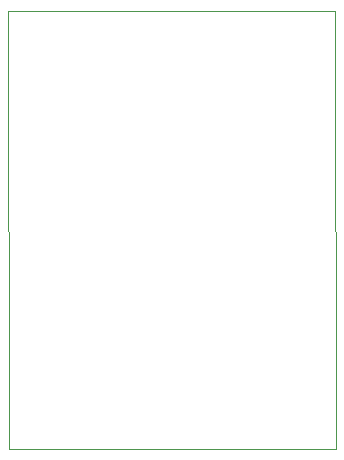
<source format=gbr>
%TF.GenerationSoftware,KiCad,Pcbnew,(5.1.6)-1*%
%TF.CreationDate,2020-07-24T15:46:23+02:00*%
%TF.ProjectId,Traffic_light_for_arduino,54726166-6669-4635-9f6c-696768745f66,rev?*%
%TF.SameCoordinates,Original*%
%TF.FileFunction,Profile,NP*%
%FSLAX46Y46*%
G04 Gerber Fmt 4.6, Leading zero omitted, Abs format (unit mm)*
G04 Created by KiCad (PCBNEW (5.1.6)-1) date 2020-07-24 15:46:23*
%MOMM*%
%LPD*%
G01*
G04 APERTURE LIST*
%TA.AperFunction,Profile*%
%ADD10C,0.050000*%
%TD*%
G04 APERTURE END LIST*
D10*
X123325000Y-109000000D02*
X123300000Y-71950000D01*
X151000000Y-109000000D02*
X123325000Y-109000000D01*
X150975000Y-71950000D02*
X151000000Y-109000000D01*
X123300000Y-71950000D02*
X150975000Y-71950000D01*
M02*

</source>
